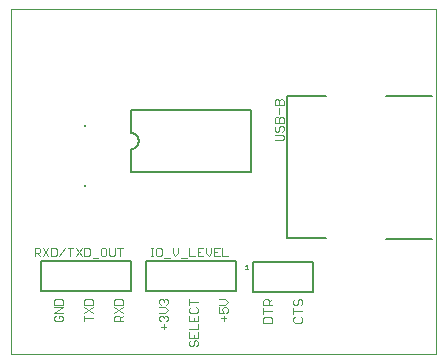
<source format=gto>
G75*
G70*
%OFA0B0*%
%FSLAX24Y24*%
%IPPOS*%
%LPD*%
%AMOC8*
5,1,8,0,0,1.08239X$1,22.5*
%
%ADD10C,0.0000*%
%ADD11C,0.0080*%
%ADD12C,0.0050*%
%ADD13C,0.0030*%
%ADD14C,0.0020*%
%ADD15R,0.0079X0.0079*%
%ADD16C,0.0010*%
D10*
X001046Y003014D02*
X001046Y014530D01*
X015219Y014530D01*
X015219Y003014D01*
X001046Y003014D01*
D11*
X005054Y009105D02*
X005054Y009855D01*
X005053Y009855D02*
X005085Y009859D01*
X005116Y009867D01*
X005146Y009877D01*
X005174Y009892D01*
X005201Y009909D01*
X005225Y009930D01*
X005247Y009953D01*
X005266Y009979D01*
X005282Y010006D01*
X005294Y010035D01*
X005304Y010066D01*
X005309Y010097D01*
X005311Y010129D01*
X005309Y010161D01*
X005304Y010192D01*
X005294Y010223D01*
X005282Y010252D01*
X005266Y010279D01*
X005247Y010305D01*
X005225Y010328D01*
X005201Y010349D01*
X005174Y010366D01*
X005146Y010381D01*
X005116Y010391D01*
X005085Y010399D01*
X005053Y010403D01*
X005054Y010402D02*
X005054Y011152D01*
X009069Y011152D01*
X009069Y009105D01*
X005054Y009105D01*
D12*
X005062Y006129D02*
X002062Y006129D01*
X002062Y005129D01*
X005062Y005129D01*
X005062Y006129D01*
X005562Y006129D02*
X005562Y005129D01*
X008562Y005129D01*
X008562Y006129D01*
X005562Y006129D01*
X009109Y006093D02*
X009109Y005093D01*
X011109Y005093D01*
X011109Y006093D01*
X009109Y006093D01*
X010258Y006879D02*
X011562Y006879D01*
X010258Y006879D02*
X010258Y011629D01*
X011562Y011629D01*
X013546Y011629D02*
X015081Y011629D01*
X015081Y006865D02*
X013546Y006865D01*
D13*
X010764Y004801D02*
X010764Y004704D01*
X010716Y004656D01*
X010619Y004704D02*
X010619Y004801D01*
X010667Y004849D01*
X010716Y004849D01*
X010764Y004801D01*
X010619Y004704D02*
X010571Y004656D01*
X010522Y004656D01*
X010474Y004704D01*
X010474Y004801D01*
X010522Y004849D01*
X010474Y004555D02*
X010474Y004361D01*
X010474Y004458D02*
X010764Y004458D01*
X010716Y004260D02*
X010764Y004212D01*
X010764Y004115D01*
X010716Y004067D01*
X010522Y004067D01*
X010474Y004115D01*
X010474Y004212D01*
X010522Y004260D01*
X009756Y004212D02*
X009756Y004067D01*
X009466Y004067D01*
X009466Y004212D01*
X009514Y004260D01*
X009708Y004260D01*
X009756Y004212D01*
X009756Y004458D02*
X009466Y004458D01*
X009466Y004361D02*
X009466Y004555D01*
X009466Y004656D02*
X009466Y004801D01*
X009514Y004849D01*
X009611Y004849D01*
X009660Y004801D01*
X009660Y004656D01*
X009756Y004656D02*
X009466Y004656D01*
X009660Y004753D02*
X009756Y004849D01*
X009855Y010147D02*
X010097Y010147D01*
X010145Y010196D01*
X010145Y010293D01*
X010097Y010341D01*
X009855Y010341D01*
X009903Y010442D02*
X009952Y010442D01*
X010000Y010490D01*
X010000Y010587D01*
X010048Y010636D01*
X010097Y010636D01*
X010145Y010587D01*
X010145Y010490D01*
X010097Y010442D01*
X009903Y010442D02*
X009855Y010490D01*
X009855Y010587D01*
X009903Y010636D01*
X009855Y010737D02*
X009855Y010882D01*
X009903Y010930D01*
X009952Y010930D01*
X010000Y010882D01*
X010000Y010737D01*
X010000Y010882D02*
X010048Y010930D01*
X010097Y010930D01*
X010145Y010882D01*
X010145Y010737D01*
X009855Y010737D01*
X010000Y011031D02*
X010000Y011225D01*
X010000Y011326D02*
X010000Y011471D01*
X010048Y011520D01*
X010097Y011520D01*
X010145Y011471D01*
X010145Y011326D01*
X009855Y011326D01*
X009855Y011471D01*
X009903Y011520D01*
X009952Y011520D01*
X010000Y011471D01*
D14*
X008104Y006566D02*
X008104Y006285D01*
X008291Y006285D01*
X008015Y006285D02*
X007828Y006285D01*
X007828Y006566D01*
X008015Y006566D01*
X007922Y006425D02*
X007828Y006425D01*
X007739Y006379D02*
X007645Y006285D01*
X007552Y006379D01*
X007552Y006566D01*
X007463Y006566D02*
X007276Y006566D01*
X007276Y006285D01*
X007463Y006285D01*
X007369Y006425D02*
X007276Y006425D01*
X007186Y006285D02*
X006999Y006285D01*
X006999Y006566D01*
X006910Y006239D02*
X006723Y006239D01*
X006634Y006379D02*
X006634Y006566D01*
X006447Y006566D02*
X006447Y006379D01*
X006540Y006285D01*
X006634Y006379D01*
X006358Y006239D02*
X006171Y006239D01*
X006081Y006332D02*
X006081Y006519D01*
X006035Y006566D01*
X005941Y006566D01*
X005895Y006519D01*
X005895Y006332D01*
X005941Y006285D01*
X006035Y006285D01*
X006081Y006332D01*
X005804Y006285D02*
X005710Y006285D01*
X005757Y006285D02*
X005757Y006566D01*
X005710Y006566D02*
X005804Y006566D01*
X004791Y006566D02*
X004604Y006566D01*
X004515Y006566D02*
X004515Y006332D01*
X004468Y006285D01*
X004375Y006285D01*
X004328Y006332D01*
X004328Y006566D01*
X004239Y006519D02*
X004192Y006566D01*
X004099Y006566D01*
X004052Y006519D01*
X004052Y006332D01*
X004099Y006285D01*
X004192Y006285D01*
X004239Y006332D01*
X004239Y006519D01*
X003963Y006239D02*
X003776Y006239D01*
X003686Y006332D02*
X003686Y006519D01*
X003640Y006566D01*
X003499Y006566D01*
X003499Y006285D01*
X003640Y006285D01*
X003686Y006332D01*
X003410Y006285D02*
X003223Y006566D01*
X003134Y006566D02*
X002947Y006566D01*
X002858Y006566D02*
X002671Y006285D01*
X002581Y006332D02*
X002581Y006519D01*
X002535Y006566D01*
X002395Y006566D01*
X002395Y006285D01*
X002535Y006285D01*
X002581Y006332D01*
X002305Y006285D02*
X002118Y006566D01*
X002029Y006519D02*
X002029Y006425D01*
X001982Y006379D01*
X001842Y006379D01*
X001935Y006379D02*
X002029Y006285D01*
X002118Y006285D02*
X002305Y006566D01*
X002029Y006519D02*
X001982Y006566D01*
X001842Y006566D01*
X001842Y006285D01*
X003040Y006285D02*
X003040Y006566D01*
X003223Y006285D02*
X003410Y006566D01*
X004698Y006566D02*
X004698Y006285D01*
X004740Y004858D02*
X004553Y004858D01*
X004506Y004811D01*
X004506Y004671D01*
X004787Y004671D01*
X004787Y004811D01*
X004740Y004858D01*
X004787Y004582D02*
X004506Y004395D01*
X004553Y004306D02*
X004646Y004306D01*
X004693Y004259D01*
X004693Y004119D01*
X004693Y004212D02*
X004787Y004306D01*
X004787Y004395D02*
X004506Y004582D01*
X004553Y004306D02*
X004506Y004259D01*
X004506Y004119D01*
X004787Y004119D01*
X003787Y004212D02*
X003506Y004212D01*
X003506Y004119D02*
X003506Y004306D01*
X003506Y004395D02*
X003787Y004582D01*
X003787Y004671D02*
X003787Y004811D01*
X003740Y004858D01*
X003553Y004858D01*
X003506Y004811D01*
X003506Y004671D01*
X003787Y004671D01*
X003787Y004395D02*
X003506Y004582D01*
X002787Y004582D02*
X002506Y004582D01*
X002506Y004671D02*
X002506Y004811D01*
X002553Y004858D01*
X002740Y004858D01*
X002787Y004811D01*
X002787Y004671D01*
X002506Y004671D01*
X002506Y004395D02*
X002787Y004582D01*
X002787Y004395D02*
X002506Y004395D01*
X002553Y004306D02*
X002506Y004259D01*
X002506Y004166D01*
X002553Y004119D01*
X002740Y004119D01*
X002787Y004166D01*
X002787Y004259D01*
X002740Y004306D01*
X002646Y004306D01*
X002646Y004212D01*
X006006Y004166D02*
X006006Y004259D01*
X006053Y004306D01*
X006100Y004306D01*
X006146Y004259D01*
X006193Y004306D01*
X006240Y004306D01*
X006287Y004259D01*
X006287Y004166D01*
X006240Y004119D01*
X006146Y004029D02*
X006146Y003843D01*
X006053Y003936D02*
X006240Y003936D01*
X006053Y004119D02*
X006006Y004166D01*
X006146Y004212D02*
X006146Y004259D01*
X006193Y004395D02*
X006006Y004395D01*
X006006Y004582D02*
X006193Y004582D01*
X006287Y004488D01*
X006193Y004395D01*
X006240Y004671D02*
X006287Y004718D01*
X006287Y004811D01*
X006240Y004858D01*
X006193Y004858D01*
X006146Y004811D01*
X006146Y004765D01*
X006146Y004811D02*
X006100Y004858D01*
X006053Y004858D01*
X006006Y004811D01*
X006006Y004718D01*
X006053Y004671D01*
X007006Y004671D02*
X007006Y004858D01*
X007006Y004765D02*
X007287Y004765D01*
X007240Y004582D02*
X007287Y004535D01*
X007287Y004442D01*
X007240Y004395D01*
X007053Y004395D01*
X007006Y004442D01*
X007006Y004535D01*
X007053Y004582D01*
X007006Y004306D02*
X007006Y004119D01*
X007287Y004119D01*
X007287Y004306D01*
X007146Y004212D02*
X007146Y004119D01*
X007287Y004029D02*
X007287Y003843D01*
X007006Y003843D01*
X007006Y003753D02*
X007006Y003566D01*
X007287Y003566D01*
X007287Y003753D01*
X007146Y003660D02*
X007146Y003566D01*
X007193Y003477D02*
X007146Y003430D01*
X007146Y003337D01*
X007100Y003290D01*
X007053Y003290D01*
X007006Y003337D01*
X007006Y003430D01*
X007053Y003477D01*
X007193Y003477D02*
X007240Y003477D01*
X007287Y003430D01*
X007287Y003337D01*
X007240Y003290D01*
X008146Y004119D02*
X008146Y004306D01*
X008146Y004395D02*
X008100Y004488D01*
X008100Y004535D01*
X008146Y004582D01*
X008240Y004582D01*
X008287Y004535D01*
X008287Y004442D01*
X008240Y004395D01*
X008146Y004395D02*
X008006Y004395D01*
X008006Y004582D01*
X008006Y004671D02*
X008193Y004671D01*
X008287Y004765D01*
X008193Y004858D01*
X008006Y004858D01*
X008053Y004212D02*
X008240Y004212D01*
X007739Y006379D02*
X007739Y006566D01*
D15*
X003522Y008629D03*
X003522Y010629D03*
D16*
X008864Y005948D02*
X008914Y005998D01*
X008914Y005848D01*
X008864Y005848D02*
X008964Y005848D01*
M02*

</source>
